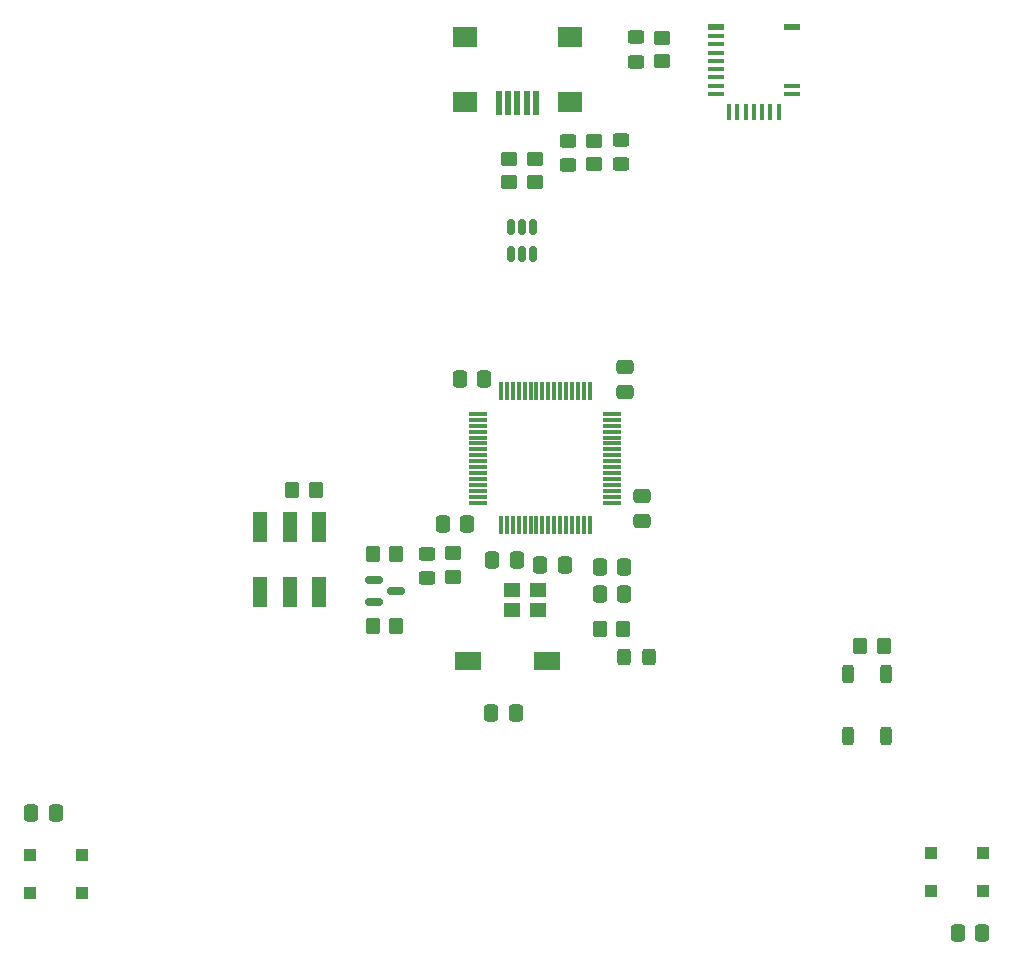
<source format=gbr>
%TF.GenerationSoftware,KiCad,Pcbnew,9.0.1*%
%TF.CreationDate,2025-05-07T09:32:19-06:00*%
%TF.ProjectId,2025_04_STM32F103_RobotBrain,32303235-5f30-4345-9f53-544d33324631,rev?*%
%TF.SameCoordinates,Original*%
%TF.FileFunction,Paste,Top*%
%TF.FilePolarity,Positive*%
%FSLAX46Y46*%
G04 Gerber Fmt 4.6, Leading zero omitted, Abs format (unit mm)*
G04 Created by KiCad (PCBNEW 9.0.1) date 2025-05-07 09:32:19*
%MOMM*%
%LPD*%
G01*
G04 APERTURE LIST*
G04 Aperture macros list*
%AMRoundRect*
0 Rectangle with rounded corners*
0 $1 Rounding radius*
0 $2 $3 $4 $5 $6 $7 $8 $9 X,Y pos of 4 corners*
0 Add a 4 corners polygon primitive as box body*
4,1,4,$2,$3,$4,$5,$6,$7,$8,$9,$2,$3,0*
0 Add four circle primitives for the rounded corners*
1,1,$1+$1,$2,$3*
1,1,$1+$1,$4,$5*
1,1,$1+$1,$6,$7*
1,1,$1+$1,$8,$9*
0 Add four rect primitives between the rounded corners*
20,1,$1+$1,$2,$3,$4,$5,0*
20,1,$1+$1,$4,$5,$6,$7,0*
20,1,$1+$1,$6,$7,$8,$9,0*
20,1,$1+$1,$8,$9,$2,$3,0*%
G04 Aperture macros list end*
%ADD10RoundRect,0.250000X-0.450000X0.350000X-0.450000X-0.350000X0.450000X-0.350000X0.450000X0.350000X0*%
%ADD11RoundRect,0.075000X0.075000X-0.700000X0.075000X0.700000X-0.075000X0.700000X-0.075000X-0.700000X0*%
%ADD12RoundRect,0.075000X0.700000X-0.075000X0.700000X0.075000X-0.700000X0.075000X-0.700000X-0.075000X0*%
%ADD13RoundRect,0.250000X0.350000X0.450000X-0.350000X0.450000X-0.350000X-0.450000X0.350000X-0.450000X0*%
%ADD14RoundRect,0.250000X0.450000X-0.350000X0.450000X0.350000X-0.450000X0.350000X-0.450000X-0.350000X0*%
%ADD15RoundRect,0.250000X-0.337500X-0.475000X0.337500X-0.475000X0.337500X0.475000X-0.337500X0.475000X0*%
%ADD16RoundRect,0.250000X0.450000X-0.325000X0.450000X0.325000X-0.450000X0.325000X-0.450000X-0.325000X0*%
%ADD17RoundRect,0.150000X-0.587500X-0.150000X0.587500X-0.150000X0.587500X0.150000X-0.587500X0.150000X0*%
%ADD18RoundRect,0.250000X-0.450000X0.325000X-0.450000X-0.325000X0.450000X-0.325000X0.450000X0.325000X0*%
%ADD19RoundRect,0.250000X-0.350000X-0.450000X0.350000X-0.450000X0.350000X0.450000X-0.350000X0.450000X0*%
%ADD20R,1.000000X1.000000*%
%ADD21RoundRect,0.250000X0.337500X0.475000X-0.337500X0.475000X-0.337500X-0.475000X0.337500X-0.475000X0*%
%ADD22R,1.400000X0.600000*%
%ADD23R,1.400000X0.400000*%
%ADD24R,0.400000X1.400000*%
%ADD25RoundRect,0.250000X-0.475000X0.337500X-0.475000X-0.337500X0.475000X-0.337500X0.475000X0.337500X0*%
%ADD26RoundRect,0.150000X-0.150000X0.512500X-0.150000X-0.512500X0.150000X-0.512500X0.150000X0.512500X0*%
%ADD27R,1.400000X1.200000*%
%ADD28R,2.300000X1.500000*%
%ADD29RoundRect,0.250000X0.325000X0.450000X-0.325000X0.450000X-0.325000X-0.450000X0.325000X-0.450000X0*%
%ADD30RoundRect,0.250000X0.475000X-0.337500X0.475000X0.337500X-0.475000X0.337500X-0.475000X-0.337500X0*%
%ADD31RoundRect,0.250000X-0.250000X0.525000X-0.250000X-0.525000X0.250000X-0.525000X0.250000X0.525000X0*%
%ADD32R,1.200000X2.500000*%
%ADD33R,0.500000X2.000000*%
%ADD34R,2.000000X1.700000*%
G04 APERTURE END LIST*
D10*
%TO.C,R2*%
X137680000Y-41715000D03*
X137680000Y-43715000D03*
%TD*%
D11*
%TO.C,U1*%
X136990000Y-72760000D03*
X137490000Y-72760000D03*
X137990000Y-72760000D03*
X138490000Y-72760000D03*
X138990000Y-72760000D03*
X139490000Y-72760000D03*
X139990000Y-72760000D03*
X140490000Y-72760000D03*
X140990000Y-72760000D03*
X141490000Y-72760000D03*
X141990000Y-72760000D03*
X142490000Y-72760000D03*
X142990000Y-72760000D03*
X143490000Y-72760000D03*
X143990000Y-72760000D03*
X144490000Y-72760000D03*
D12*
X146415000Y-70835000D03*
X146415000Y-70335000D03*
X146415000Y-69835000D03*
X146415000Y-69335000D03*
X146415000Y-68835000D03*
X146415000Y-68335000D03*
X146415000Y-67835000D03*
X146415000Y-67335000D03*
X146415000Y-66835000D03*
X146415000Y-66335000D03*
X146415000Y-65835000D03*
X146415000Y-65335000D03*
X146415000Y-64835000D03*
X146415000Y-64335000D03*
X146415000Y-63835000D03*
X146415000Y-63335000D03*
D11*
X144490000Y-61410000D03*
X143990000Y-61410000D03*
X143490000Y-61410000D03*
X142990000Y-61410000D03*
X142490000Y-61410000D03*
X141990000Y-61410000D03*
X141490000Y-61410000D03*
X140990000Y-61410000D03*
X140490000Y-61410000D03*
X139990000Y-61410000D03*
X139490000Y-61410000D03*
X138990000Y-61410000D03*
X138490000Y-61410000D03*
X137990000Y-61410000D03*
X137490000Y-61410000D03*
X136990000Y-61410000D03*
D12*
X135065000Y-63335000D03*
X135065000Y-63835000D03*
X135065000Y-64335000D03*
X135065000Y-64835000D03*
X135065000Y-65335000D03*
X135065000Y-65835000D03*
X135065000Y-66335000D03*
X135065000Y-66835000D03*
X135065000Y-67335000D03*
X135065000Y-67835000D03*
X135065000Y-68335000D03*
X135065000Y-68835000D03*
X135065000Y-69335000D03*
X135065000Y-69835000D03*
X135065000Y-70335000D03*
X135065000Y-70835000D03*
%TD*%
D13*
%TO.C,R9*%
X128117500Y-81300000D03*
X126117500Y-81300000D03*
%TD*%
D14*
%TO.C,R3*%
X139860000Y-43735000D03*
X139860000Y-41735000D03*
%TD*%
D15*
%TO.C,C12*%
X97200000Y-97150000D03*
X99275000Y-97150000D03*
%TD*%
D16*
%TO.C,D4*%
X148410000Y-33500000D03*
X148410000Y-31450000D03*
%TD*%
D17*
%TO.C,Q1*%
X126210000Y-77360000D03*
X126210000Y-79260000D03*
X128085000Y-78310000D03*
%TD*%
D18*
%TO.C,D3*%
X130690000Y-75155000D03*
X130690000Y-77205000D03*
%TD*%
D19*
%TO.C,R5*%
X145347500Y-81570000D03*
X147347500Y-81570000D03*
%TD*%
D20*
%TO.C,LED1*%
X97150000Y-100700000D03*
X97150000Y-103900000D03*
X101550000Y-103900000D03*
X101550000Y-100700000D03*
%TD*%
D18*
%TO.C,F1*%
X142670000Y-40210000D03*
X142670000Y-42260000D03*
%TD*%
D21*
%TO.C,C9*%
X138337500Y-75730000D03*
X136262500Y-75730000D03*
%TD*%
D13*
%TO.C,R10*%
X128117500Y-75210000D03*
X126117500Y-75210000D03*
%TD*%
D19*
%TO.C,R8*%
X167400000Y-82950000D03*
X169400000Y-82950000D03*
%TD*%
D22*
%TO.C,MDBT42T-AT1*%
X155200000Y-30540000D03*
D23*
X155200000Y-31340000D03*
X155200000Y-32040000D03*
X155200000Y-32740000D03*
X155200000Y-33440000D03*
X155200000Y-34140000D03*
X155200000Y-34840000D03*
X155200000Y-35540000D03*
X155200000Y-36240000D03*
D24*
X156300000Y-37740000D03*
X157000000Y-37740000D03*
X157700000Y-37740000D03*
X158400000Y-37740000D03*
X159100000Y-37740000D03*
X159800000Y-37740000D03*
X160500000Y-37740000D03*
D23*
X161600000Y-36240000D03*
X161600000Y-35540000D03*
D22*
X161600000Y-30540000D03*
%TD*%
D21*
%TO.C,C2*%
X135577500Y-60340000D03*
X133502500Y-60340000D03*
%TD*%
D10*
%TO.C,R6*%
X132960000Y-75150000D03*
X132960000Y-77150000D03*
%TD*%
D14*
%TO.C,R7*%
X150640000Y-33475000D03*
X150640000Y-31475000D03*
%TD*%
D25*
%TO.C,C4*%
X148960000Y-70302500D03*
X148960000Y-72377500D03*
%TD*%
D26*
%TO.C,U2*%
X139730000Y-47510000D03*
X138780000Y-47510000D03*
X137830000Y-47510000D03*
X137830000Y-49785000D03*
X138780000Y-49785000D03*
X139730000Y-49785000D03*
%TD*%
D15*
%TO.C,C5*%
X145352500Y-76290000D03*
X147427500Y-76290000D03*
%TD*%
D27*
%TO.C,Y2*%
X137952500Y-79920000D03*
X140152500Y-79920000D03*
X140152500Y-78220000D03*
X137952500Y-78220000D03*
%TD*%
D28*
%TO.C,SW1*%
X134220000Y-84280000D03*
X140920000Y-84280000D03*
%TD*%
D15*
%TO.C,C6*%
X145352500Y-78580000D03*
X147427500Y-78580000D03*
%TD*%
D29*
%TO.C,D2*%
X149492500Y-83950000D03*
X147442500Y-83950000D03*
%TD*%
D21*
%TO.C,C1*%
X134137500Y-72690000D03*
X132062500Y-72690000D03*
%TD*%
D20*
%TO.C,LED2*%
X177760000Y-103740000D03*
X177760000Y-100540000D03*
X173360000Y-100540000D03*
X173360000Y-103740000D03*
%TD*%
D15*
%TO.C,C8*%
X140312500Y-76140000D03*
X142387500Y-76140000D03*
%TD*%
D13*
%TO.C,R1*%
X121300000Y-69810000D03*
X119300000Y-69810000D03*
%TD*%
D30*
%TO.C,C3*%
X147470000Y-61457500D03*
X147470000Y-59382500D03*
%TD*%
D31*
%TO.C,SW2*%
X169600000Y-85375000D03*
X169600000Y-90625000D03*
X166400000Y-85375000D03*
X166400000Y-90625000D03*
%TD*%
D16*
%TO.C,D1*%
X147160000Y-42210000D03*
X147160000Y-40160000D03*
%TD*%
D32*
%TO.C,S1*%
X121610000Y-72880000D03*
X119110000Y-72880000D03*
X116610000Y-72880000D03*
X121610000Y-78380000D03*
X119110000Y-78380000D03*
X116610000Y-78380000D03*
%TD*%
D21*
%TO.C,C11*%
X177747500Y-107320000D03*
X175672500Y-107320000D03*
%TD*%
D33*
%TO.C,J1*%
X139980000Y-37000000D03*
X139180000Y-37000000D03*
X138380000Y-37000000D03*
X137580000Y-37000000D03*
X136780000Y-37000000D03*
D34*
X142830000Y-36900000D03*
X142830000Y-31450000D03*
X133930000Y-36900000D03*
X133930000Y-31450000D03*
%TD*%
D21*
%TO.C,C7*%
X138247500Y-88630000D03*
X136172500Y-88630000D03*
%TD*%
D14*
%TO.C,R4*%
X144880000Y-42215000D03*
X144880000Y-40215000D03*
%TD*%
M02*

</source>
